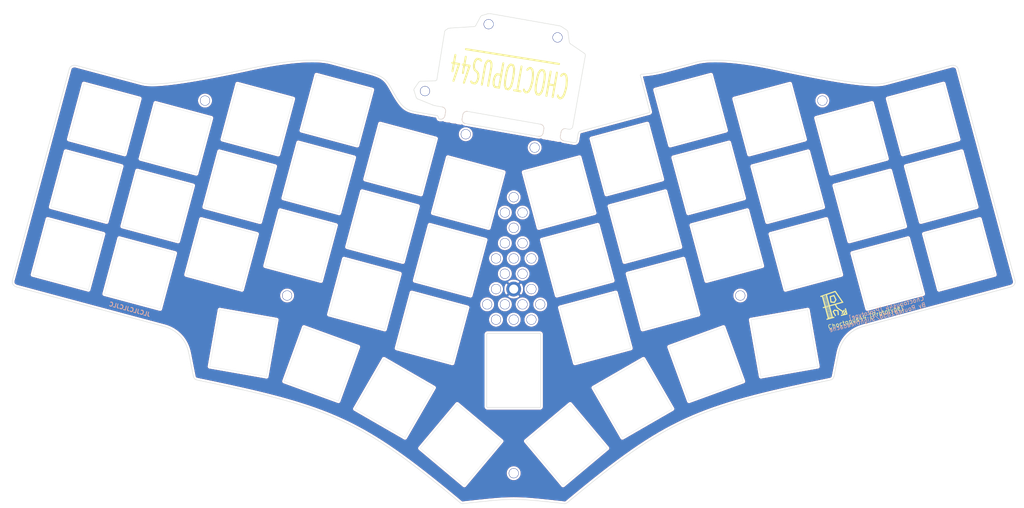
<source format=kicad_pcb>
(kicad_pcb (version 20171130) (host pcbnew "(5.1.9)-1")
  (title_block (title "Choctopus44 switch plate") (date 2021-07-04) (rev "1.0 Prototype"))
  (layers (0 F.Cu signal) (31 B.Cu signal) (34 B.Paste user) (35 F.Paste user) (36 B.SilkS user) (37 F.SilkS user) (38 B.Mask user) (39 F.Mask user) (44 Edge.Cuts user))
  (net 0 "")
  (net 1 GND)
  (module Panelization:mouse-bite-4-25-x-3-slot (layer B.Cu) (at 128.91 67.68 350)
    (fp_text reference mouse-bite-2mm-slot hide)
    (fp_text value VAL** hide)
    (pad "" np_thru_hole oval (at -0.375 -1.75 350) (size 1.25 0.5) (drill oval 1.25 0.5) (layers *.Cu *.Mask))
    (pad "" np_thru_hole oval (at 1.125 -1.75 350) (size 1.25 0.5) (drill oval 1.25 0.5) (layers *.Cu *.Mask))
    (pad "" np_thru_hole oval (at 2.625 -1.75 350) (size 1.25 0.5) (drill oval 1.25 0.5) (layers *.Cu *.Mask))
    (pad "" np_thru_hole oval (at 2.625 0.75 350) (size 1.25 0.5) (drill oval 1.25 0.5) (layers *.Cu *.Mask))
    (pad "" np_thru_hole oval (at 1.125 0.75 350) (size 1.25 0.5) (drill oval 1.25 0.5) (layers *.Cu *.Mask))
    (pad "" np_thru_hole oval (at -0.375 0.75 350) (size 1.25 0.5) (drill oval 1.25 0.5) (layers *.Cu *.Mask))
  )
  (module Panelization:mouse-bite-4-25-x-3-slot (layer B.Cu) (at 152.8 71.88 350)
    (fp_text reference mouse-bite-2mm-slot hide)
    (fp_text value VAL** hide)
    (pad "" np_thru_hole oval (at -0.375 0.75 350) (size 1.25 0.5) (drill oval 1.25 0.5) (layers *.Cu *.Mask))
    (pad "" np_thru_hole oval (at 1.125 0.75 350) (size 1.25 0.5) (drill oval 1.25 0.5) (layers *.Cu *.Mask))
    (pad "" np_thru_hole oval (at 2.625 0.75 350) (size 1.25 0.5) (drill oval 1.25 0.5) (layers *.Cu *.Mask))
    (pad "" np_thru_hole oval (at 2.625 -1.75 350) (size 1.25 0.5) (drill oval 1.25 0.5) (layers *.Cu *.Mask))
    (pad "" np_thru_hole oval (at 1.125 -1.75 350) (size 1.25 0.5) (drill oval 1.25 0.5) (layers *.Cu *.Mask))
    (pad "" np_thru_hole oval (at -0.375 -1.75 350) (size 1.25 0.5) (drill oval 1.25 0.5) (layers *.Cu *.Mask))
  )
  (module MountingHole:MountingHole_2.2mm_M2_ISO14580_Pad (layer F.Cu) (at 144.66 109.68)
    (fp_text reference H6)
    (fp_text value H6)
    (pad H1 thru_hole circle (at 0 0) (size 3.6 3.6) (drill 2.2) (layers *.Cu *.Mask) (net 1 GND))
  )
  (module MountingHole:MountingHole_2.2mm_M2_ISO14580_Pad (layer F.Cu) (at 151.11 113.404)
    (fp_text reference H6)
    (fp_text value H6)
    (pad "" np_thru_hole circle (at 0 0) (size 2.4 2.4) (drill 2.2) (layers *.Cu *.Mask))
  )
  (module MountingHole:MountingHole_2.2mm_M2_ISO14580_Pad (layer F.Cu) (at 138.21 113.404)
    (fp_text reference H6)
    (fp_text value H6)
    (pad "" np_thru_hole circle (at 0 0) (size 2.4 2.4) (drill 2.2) (layers *.Cu *.Mask))
  )
  (module MountingHole:MountingHole_2.2mm_M2_ISO14580_Pad (layer F.Cu) (at 148.96 117.128)
    (fp_text reference H6)
    (fp_text value H6)
    (pad "" np_thru_hole circle (at 0 0) (size 2.4 2.4) (drill 2.2) (layers *.Cu *.Mask))
  )
  (module MountingHole:MountingHole_2.2mm_M2_ISO14580_Pad (layer F.Cu) (at 140.36 117.128)
    (fp_text reference H6)
    (fp_text value H6)
    (pad "" np_thru_hole circle (at 0 0) (size 2.4 2.4) (drill 2.2) (layers *.Cu *.Mask))
  )
  (module MountingHole:MountingHole_2.2mm_M2_ISO14580_Pad (layer F.Cu) (at 144.66 117.128)
    (fp_text reference H6)
    (fp_text value H6)
    (pad "" np_thru_hole circle (at 0 0) (size 2.4 2.4) (drill 2.2) (layers *.Cu *.Mask))
  )
  (module MountingHole:MountingHole_2.2mm_M2_ISO14580_Pad (layer F.Cu) (at 144.66 87.334)
    (fp_text reference H6)
    (fp_text value H6)
    (pad "" np_thru_hole circle (at 0 0) (size 2.4 2.4) (drill 2.2) (layers *.Cu *.Mask))
  )
  (module MountingHole:MountingHole_2.2mm_M2_ISO14580_Pad (layer F.Cu) (at 142.51 91.058)
    (fp_text reference H6)
    (fp_text value H6)
    (pad "" np_thru_hole circle (at 0 0) (size 2.4 2.4) (drill 2.2) (layers *.Cu *.Mask))
  )
  (module MountingHole:MountingHole_2.2mm_M2_ISO14580_Pad (layer F.Cu) (at 142.51 113.404)
    (fp_text reference H6)
    (fp_text value H6)
    (pad "" np_thru_hole circle (at 0 0) (size 2.4 2.4) (drill 2.2) (layers *.Cu *.Mask))
  )
  (module MountingHole:MountingHole_2.2mm_M2_ISO14580_Pad (layer F.Cu) (at 142.51 105.955)
    (fp_text reference H6)
    (fp_text value H6)
    (pad "" np_thru_hole circle (at 0 0) (size 2.4 2.4) (drill 2.2) (layers *.Cu *.Mask))
  )
  (module MountingHole:MountingHole_2.2mm_M2_ISO14580_Pad (layer F.Cu) (at 148.96 109.68)
    (fp_text reference H6)
    (fp_text value H6)
    (pad "" np_thru_hole circle (at 0 0) (size 2.4 2.4) (drill 2.2) (layers *.Cu *.Mask))
  )
  (module MountingHole:MountingHole_2.2mm_M2_ISO14580_Pad (layer F.Cu) (at 144.66 102.231)
    (fp_text reference H6)
    (fp_text value H6)
    (pad "" np_thru_hole circle (at 0 0) (size 2.4 2.4) (drill 2.2) (layers *.Cu *.Mask))
  )
  (module MountingHole:MountingHole_2.2mm_M2_ISO14580_Pad (layer F.Cu) (at 146.81 98.507)
    (fp_text reference H6)
    (fp_text value H6)
    (pad "" np_thru_hole circle (at 0 0) (size 2.4 2.4) (drill 2.2) (layers *.Cu *.Mask))
  )
  (module MountingHole:MountingHole_2.2mm_M2_ISO14580_Pad (layer F.Cu) (at 144.66 94.782)
    (fp_text reference H6)
    (fp_text value H6)
    (pad "" np_thru_hole circle (at 0 0) (size 2.4 2.4) (drill 2.2) (layers *.Cu *.Mask))
  )
  (module MountingHole:MountingHole_2.2mm_M2_ISO14580_Pad (layer F.Cu) (at 140.36 102.231)
    (fp_text reference H6)
    (fp_text value H6)
    (pad "" np_thru_hole circle (at 0 0) (size 2.4 2.4) (drill 2.2) (layers *.Cu *.Mask))
  )
  (module MountingHole:MountingHole_2.2mm_M2_ISO14580_Pad (layer F.Cu) (at 146.81 113.404)
    (fp_text reference H6)
    (fp_text value H6)
    (pad "" np_thru_hole circle (at 0 0) (size 2.4 2.4) (drill 2.2) (layers *.Cu *.Mask))
  )
  (module MountingHole:MountingHole_2.2mm_M2_ISO14580_Pad (layer F.Cu) (at 148.96 102.231)
    (fp_text reference H6)
    (fp_text value H6)
    (pad "" np_thru_hole circle (at 0 0) (size 2.4 2.4) (drill 2.2) (layers *.Cu *.Mask))
  )
  (module MountingHole:MountingHole_2.2mm_M2_ISO14580_Pad (layer F.Cu) (at 142.51 98.507)
    (fp_text reference H6)
    (fp_text value H6)
    (pad "" np_thru_hole circle (at 0 0) (size 2.4 2.4) (drill 2.2) (layers *.Cu *.Mask))
  )
  (module MountingHole:MountingHole_2.2mm_M2_ISO14580_Pad (layer F.Cu) (at 146.81 91.058)
    (fp_text reference H6)
    (fp_text value H6)
    (pad "" np_thru_hole circle (at 0 0) (size 2.4 2.4) (drill 2.2) (layers *.Cu *.Mask))
  )
  (module MountingHole:MountingHole_2.2mm_M2_ISO14580_Pad (layer F.Cu) (at 140.36 109.68)
    (fp_text reference H6)
    (fp_text value H6)
    (pad "" np_thru_hole circle (at 0 0) (size 2.4 2.4) (drill 2.2) (layers *.Cu *.Mask))
  )
  (module MountingHole:MountingHole_2.2mm_M2_ISO14580_Pad (layer F.Cu) (at 146.81 105.955)
    (fp_text reference H6)
    (fp_text value H6)
    (pad "" np_thru_hole circle (at 0 0) (size 2.4 2.4) (drill 2.2) (layers *.Cu *.Mask))
  )
  (module Keyboard:MXPLATE-1U (layer F.Cu) (at 78.042872 84.769141 345)
    (fp_text reference SW9)
    (fp_text value SW_PUSH hide)
    (fp_line (start -7 -7) (end 7 -7) (layer Edge.Cuts) (width 0.05))
    (fp_line (start 7 -7) (end 7 7) (layer Edge.Cuts) (width 0.05))
    (fp_line (start 7 7) (end -7 7) (layer Edge.Cuts) (width 0.05))
    (fp_line (start -7 7) (end -7 -7) (layer Edge.Cuts) (width 0.05))
  )
  (module Keyboard:MXPLATE-1U (layer F.Cu) (at 133.618917 86.208389 345)
    (fp_text reference SW6)
    (fp_text value SW_PUSH hide)
    (fp_line (start -7 -7) (end 7 -7) (layer Edge.Cuts) (width 0.05))
    (fp_line (start 7 -7) (end 7 7) (layer Edge.Cuts) (width 0.05))
    (fp_line (start 7 7) (end -7 7) (layer Edge.Cuts) (width 0.05))
    (fp_line (start -7 7) (end -7 -7) (layer Edge.Cuts) (width 0.05))
  )
  (module Keyboard:MXPLATE-1U (layer F.Cu) (at 187.662377 66.138489 15)
    (fp_text reference SW21)
    (fp_text value SW_PUSH hide)
    (fp_line (start -7 -7) (end 7 -7) (layer Edge.Cuts) (width 0.05))
    (fp_line (start 7 -7) (end 7 7) (layer Edge.Cuts) (width 0.05))
    (fp_line (start 7 7) (end -7 7) (layer Edge.Cuts) (width 0.05))
    (fp_line (start -7 7) (end -7 -7) (layer Edge.Cuts) (width 0.05))
  )
  (module Keyboard:MXPLATE-1U (layer F.Cu) (at 117.148878 78.031816 345)
    (fp_text reference SW5)
    (fp_text value SW_PUSH hide)
    (fp_line (start -7 -7) (end 7 -7) (layer Edge.Cuts) (width 0.05))
    (fp_line (start 7 -7) (end 7 7) (layer Edge.Cuts) (width 0.05))
    (fp_line (start 7 7) (end -7 7) (layer Edge.Cuts) (width 0.05))
    (fp_line (start -7 7) (end -7 -7) (layer Edge.Cuts) (width 0.05))
  )
  (module Keyboard:MXPLATE-1U (layer F.Cu) (at 253.022825 101.233497 15)
    (fp_text reference SW36)
    (fp_text value SW_PUSH hide)
    (fp_line (start -7 -7) (end 7 -7) (layer Edge.Cuts) (width 0.05))
    (fp_line (start 7 -7) (end 7 7) (layer Edge.Cuts) (width 0.05))
    (fp_line (start 7 7) (end -7 7) (layer Edge.Cuts) (width 0.05))
    (fp_line (start -7 7) (end -7 -7) (layer Edge.Cuts) (width 0.05))
  )
  (module Keyboard:MXPLATE-1U (layer F.Cu) (at 101.659501 66.138571 345)
    (fp_text reference SW4)
    (fp_text value SW_PUSH hide)
    (fp_line (start -7 -7) (end 7 -7) (layer Edge.Cuts) (width 0.05))
    (fp_line (start 7 -7) (end 7 7) (layer Edge.Cuts) (width 0.05))
    (fp_line (start 7 7) (end -7 7) (layer Edge.Cuts) (width 0.05))
    (fp_line (start -7 7) (end -7 -7) (layer Edge.Cuts) (width 0.05))
  )
  (module Keyboard:MXPLATE-1U (layer F.Cu) (at 172.173 78.031734 15)
    (fp_text reference SW20)
    (fp_text value SW_PUSH hide)
    (fp_line (start -7 -7) (end 7 -7) (layer Edge.Cuts) (width 0.05))
    (fp_line (start 7 -7) (end 7 7) (layer Edge.Cuts) (width 0.05))
    (fp_line (start 7 7) (end -7 7) (layer Edge.Cuts) (width 0.05))
    (fp_line (start -7 7) (end -7 -7) (layer Edge.Cuts) (width 0.05))
  )
  (module Keyboard:MXPLATE-1U (layer F.Cu) (at 36.299054 101.233579 345)
    (fp_text reference SW13)
    (fp_text value SW_PUSH hide)
    (fp_line (start -7 -7) (end 7 -7) (layer Edge.Cuts) (width 0.05))
    (fp_line (start 7 -7) (end 7 7) (layer Edge.Cuts) (width 0.05))
    (fp_line (start 7 7) (end -7 7) (layer Edge.Cuts) (width 0.05))
    (fp_line (start -7 7) (end -7 -7) (layer Edge.Cuts) (width 0.05))
  )
  (module Keyboard:MXPLATE-1U (layer F.Cu) (at 131.795001 147.553933 320)
    (fp_text reference SW40)
    (fp_text value SW_PUSH hide)
    (fp_line (start -7 -7) (end 7 -7) (layer Edge.Cuts) (width 0.05))
    (fp_line (start 7 -7) (end 7 7) (layer Edge.Cuts) (width 0.05))
    (fp_line (start 7 7) (end -7 7) (layer Edge.Cuts) (width 0.05))
    (fp_line (start -7 7) (end -7 -7) (layer Edge.Cuts) (width 0.05))
  )
  (module Keyboard:MXPLATE-1U (layer F.Cu) (at 191.468834 127.94736 20)
    (fp_text reference SW43)
    (fp_text value SW_PUSH hide)
    (fp_line (start -7 -7) (end 7 -7) (layer Edge.Cuts) (width 0.05))
    (fp_line (start 7 -7) (end 7 7) (layer Edge.Cuts) (width 0.05))
    (fp_line (start 7 7) (end -7 7) (layer Edge.Cuts) (width 0.05))
    (fp_line (start -7 7) (end -7 -7) (layer Edge.Cuts) (width 0.05))
  )
  (module Keyboard:MXPLATE-1U (layer F.Cu) (at 173.643092 136.269195 30)
    (fp_text reference SW42)
    (fp_text value SW_PUSH hide)
    (fp_line (start -7 -7) (end 7 -7) (layer Edge.Cuts) (width 0.05))
    (fp_line (start 7 -7) (end 7 7) (layer Edge.Cuts) (width 0.05))
    (fp_line (start 7 7) (end -7 7) (layer Edge.Cuts) (width 0.05))
    (fp_line (start -7 7) (end -7 -7) (layer Edge.Cuts) (width 0.05))
  )
  (module Keyboard:MXPLATE-1U (layer F.Cu) (at 97.851713 127.94736 340)
    (fp_text reference SW38)
    (fp_text value SW_PUSH hide)
    (fp_line (start -7 -7) (end 7 -7) (layer Edge.Cuts) (width 0.05))
    (fp_line (start 7 -7) (end 7 7) (layer Edge.Cuts) (width 0.05))
    (fp_line (start 7 7) (end -7 7) (layer Edge.Cuts) (width 0.05))
    (fp_line (start -7 7) (end -7 -7) (layer Edge.Cuts) (width 0.05))
  )
  (module Keyboard:MXPLATE-1U (layer F.Cu) (at 78.873909 122.85 350)
    (fp_text reference SW37)
    (fp_text value SW_PUSH hide)
    (fp_line (start -7 -7) (end 7 -7) (layer Edge.Cuts) (width 0.05))
    (fp_line (start 7 -7) (end 7 7) (layer Edge.Cuts) (width 0.05))
    (fp_line (start 7 7) (end -7 7) (layer Edge.Cuts) (width 0.05))
    (fp_line (start -7 7) (end -7 -7) (layer Edge.Cuts) (width 0.05))
  )
  (module Keyboard:MXPLATE-1U (layer F.Cu) (at 235.594114 105.910306 15)
    (fp_text reference SW35)
    (fp_text value SW_PUSH hide)
    (fp_line (start -7 -7) (end 7 -7) (layer Edge.Cuts) (width 0.05))
    (fp_line (start 7 -7) (end 7 7) (layer Edge.Cuts) (width 0.05))
    (fp_line (start 7 7) (end -7 7) (layer Edge.Cuts) (width 0.05))
    (fp_line (start -7 7) (end -7 -7) (layer Edge.Cuts) (width 0.05))
  )
  (module Keyboard:MXPLATE-1U (layer F.Cu) (at 215.691959 101.247149 15)
    (fp_text reference SW34)
    (fp_text value SW_PUSH hide)
    (fp_line (start -7 -7) (end 7 -7) (layer Edge.Cuts) (width 0.05))
    (fp_line (start 7 -7) (end 7 7) (layer Edge.Cuts) (width 0.05))
    (fp_line (start 7 7) (end -7 7) (layer Edge.Cuts) (width 0.05))
    (fp_line (start -7 7) (end -7 -7) (layer Edge.Cuts) (width 0.05))
  )
  (module Keyboard:MXPLATE-1U (layer F.Cu) (at 180.962047 110.910833 15)
    (fp_text reference SW32)
    (fp_text value SW_PUSH hide)
    (fp_line (start -7 -7) (end 7 -7) (layer Edge.Cuts) (width 0.05))
    (fp_line (start 7 -7) (end 7 7) (layer Edge.Cuts) (width 0.05))
    (fp_line (start 7 7) (end -7 7) (layer Edge.Cuts) (width 0.05))
    (fp_line (start -7 7) (end -7 -7) (layer Edge.Cuts) (width 0.05))
  )
  (module Keyboard:MXPLATE-1U (layer F.Cu) (at 248.609001 84.745446 15)
    (fp_text reference SW30)
    (fp_text value SW_PUSH hide)
    (fp_line (start -7 -7) (end 7 -7) (layer Edge.Cuts) (width 0.05))
    (fp_line (start 7 -7) (end 7 7) (layer Edge.Cuts) (width 0.05))
    (fp_line (start 7 7) (end -7 7) (layer Edge.Cuts) (width 0.05))
    (fp_line (start -7 7) (end -7 -7) (layer Edge.Cuts) (width 0.05))
  )
  (module Keyboard:MXPLATE-1U (layer F.Cu) (at 231.223624 89.458616 15)
    (fp_text reference SW29)
    (fp_text value SW_PUSH hide)
    (fp_line (start -7 -7) (end 7 -7) (layer Edge.Cuts) (width 0.05))
    (fp_line (start 7 -7) (end 7 7) (layer Edge.Cuts) (width 0.05))
    (fp_line (start 7 7) (end -7 7) (layer Edge.Cuts) (width 0.05))
    (fp_line (start -7 7) (end -7 -7) (layer Edge.Cuts) (width 0.05))
  )
  (module Keyboard:MXPLATE-1U (layer F.Cu) (at 211.279007 84.769059 15)
    (fp_text reference SW28)
    (fp_text value SW_PUSH hide)
    (fp_line (start -7 -7) (end 7 -7) (layer Edge.Cuts) (width 0.05))
    (fp_line (start 7 -7) (end 7 7) (layer Edge.Cuts) (width 0.05))
    (fp_line (start 7 7) (end -7 7) (layer Edge.Cuts) (width 0.05))
    (fp_line (start -7 7) (end -7 -7) (layer Edge.Cuts) (width 0.05))
  )
  (module Keyboard:MXPLATE-1U (layer F.Cu) (at 192.065368 82.61745 15)
    (fp_text reference SW27)
    (fp_text value SW_PUSH hide)
    (fp_line (start -7 -7) (end 7 -7) (layer Edge.Cuts) (width 0.05))
    (fp_line (start 7 -7) (end 7 7) (layer Edge.Cuts) (width 0.05))
    (fp_line (start 7 7) (end -7 7) (layer Edge.Cuts) (width 0.05))
    (fp_line (start -7 7) (end -7 -7) (layer Edge.Cuts) (width 0.05))
  )
  (module Keyboard:MXPLATE-1U (layer F.Cu) (at 176.563414 94.481681 15)
    (fp_text reference SW26)
    (fp_text value SW_PUSH hide)
    (fp_line (start -7 -7) (end 7 -7) (layer Edge.Cuts) (width 0.05))
    (fp_line (start 7 -7) (end 7 7) (layer Edge.Cuts) (width 0.05))
    (fp_line (start 7 7) (end -7 7) (layer Edge.Cuts) (width 0.05))
    (fp_line (start -7 7) (end -7 -7) (layer Edge.Cuts) (width 0.05))
  )
  (module Keyboard:MXPLATE-1U (layer F.Cu) (at 160.114171 102.666473 15)
    (fp_text reference SW25)
    (fp_text value SW_PUSH hide)
    (fp_line (start -7 -7) (end 7 -7) (layer Edge.Cuts) (width 0.05))
    (fp_line (start 7 -7) (end 7 7) (layer Edge.Cuts) (width 0.05))
    (fp_line (start 7 7) (end -7 7) (layer Edge.Cuts) (width 0.05))
    (fp_line (start -7 7) (end -7 -7) (layer Edge.Cuts) (width 0.05))
  )
  (module Keyboard:MXPLATE-1U (layer F.Cu) (at 108.359831 110.910915 345)
    (fp_text reference SW17)
    (fp_text value SW_PUSH hide)
    (fp_line (start -7 -7) (end 7 -7) (layer Edge.Cuts) (width 0.05))
    (fp_line (start 7 -7) (end 7 7) (layer Edge.Cuts) (width 0.05))
    (fp_line (start 7 7) (end -7 7) (layer Edge.Cuts) (width 0.05))
    (fp_line (start -7 7) (end -7 -7) (layer Edge.Cuts) (width 0.05))
  )
  (module Keyboard:MXPLATE-1U (layer F.Cu) (at 92.837327 99.105115 345)
    (fp_text reference SW16)
    (fp_text value SW_PUSH hide)
    (fp_line (start -7 -7) (end 7 -7) (layer Edge.Cuts) (width 0.05))
    (fp_line (start 7 -7) (end 7 7) (layer Edge.Cuts) (width 0.05))
    (fp_line (start 7 7) (end -7 7) (layer Edge.Cuts) (width 0.05))
    (fp_line (start -7 7) (end -7 -7) (layer Edge.Cuts) (width 0.05))
  )
  (module Keyboard:MXPLATE-1U (layer F.Cu) (at 73.629919 101.247231 345)
    (fp_text reference SW15)
    (fp_text value SW_PUSH hide)
    (fp_line (start -7 -7) (end 7 -7) (layer Edge.Cuts) (width 0.05))
    (fp_line (start 7 -7) (end 7 7) (layer Edge.Cuts) (width 0.05))
    (fp_line (start 7 7) (end -7 7) (layer Edge.Cuts) (width 0.05))
    (fp_line (start -7 7) (end -7 -7) (layer Edge.Cuts) (width 0.05))
  )
  (module Keyboard:MXPLATE-1U (layer F.Cu) (at 129.207707 102.666555 345)
    (fp_text reference SW12)
    (fp_text value SW_PUSH hide)
    (fp_line (start -7 -7) (end 7 -7) (layer Edge.Cuts) (width 0.05))
    (fp_line (start 7 -7) (end 7 7) (layer Edge.Cuts) (width 0.05))
    (fp_line (start 7 7) (end -7 7) (layer Edge.Cuts) (width 0.05))
    (fp_line (start -7 7) (end -7 -7) (layer Edge.Cuts) (width 0.05))
  )
  (module Keyboard:MXPLATE-1U (layer F.Cu) (at 112.758464 94.481763 345)
    (fp_text reference SW11)
    (fp_text value SW_PUSH hide)
    (fp_line (start -7 -7) (end 7 -7) (layer Edge.Cuts) (width 0.05))
    (fp_line (start 7 -7) (end 7 7) (layer Edge.Cuts) (width 0.05))
    (fp_line (start 7 7) (end -7 7) (layer Edge.Cuts) (width 0.05))
    (fp_line (start -7 7) (end -7 -7) (layer Edge.Cuts) (width 0.05))
  )
  (module Keyboard:MXPLATE-1U (layer F.Cu) (at 58.098255 89.458698 345)
    (fp_text reference SW8)
    (fp_text value SW_PUSH hide)
    (fp_line (start -7 -7) (end 7 -7) (layer Edge.Cuts) (width 0.05))
    (fp_line (start 7 -7) (end 7 7) (layer Edge.Cuts) (width 0.05))
    (fp_line (start 7 7) (end -7 7) (layer Edge.Cuts) (width 0.05))
    (fp_line (start -7 7) (end -7 -7) (layer Edge.Cuts) (width 0.05))
  )
  (module Keyboard:MXPLATE-1U (layer F.Cu) (at 82.443248 68.320065 345)
    (fp_text reference SW3)
    (fp_text value SW_PUSH hide)
    (fp_line (start -7 -7) (end 7 -7) (layer Edge.Cuts) (width 0.05))
    (fp_line (start 7 -7) (end 7 7) (layer Edge.Cuts) (width 0.05))
    (fp_line (start 7 7) (end -7 7) (layer Edge.Cuts) (width 0.05))
    (fp_line (start -7 7) (end -7 -7) (layer Edge.Cuts) (width 0.05))
  )
  (module Keyboard:MXPLATE-1U (layer F.Cu) (at 62.529388 73.002275 345)
    (fp_text reference SW2)
    (fp_text value SW_PUSH hide)
    (fp_line (start -7 -7) (end 7 -7) (layer Edge.Cuts) (width 0.05))
    (fp_line (start 7 -7) (end 7 7) (layer Edge.Cuts) (width 0.05))
    (fp_line (start 7 7) (end -7 7) (layer Edge.Cuts) (width 0.05))
    (fp_line (start -7 7) (end -7 -7) (layer Edge.Cuts) (width 0.05))
  )
  (module Keyboard:MXPLATE-1U (layer F.Cu) (at 45.114126 68.28649 345)
    (fp_text reference SW1)
    (fp_text value SW_PUSH hide)
    (fp_line (start -7 -7) (end 7 -7) (layer Edge.Cuts) (width 0.05))
    (fp_line (start 7 -7) (end 7 7) (layer Edge.Cuts) (width 0.05))
    (fp_line (start 7 7) (end -7 7) (layer Edge.Cuts) (width 0.05))
    (fp_line (start -7 7) (end -7 -7) (layer Edge.Cuts) (width 0.05))
  )
  (module Keyboard:MXPLATE-1U (layer F.Cu) (at 210.45 122.85 10)
    (fp_text reference SW44)
    (fp_text value SW_PUSH hide)
    (fp_line (start -7 -7) (end 7 -7) (layer Edge.Cuts) (width 0.05))
    (fp_line (start 7 -7) (end 7 7) (layer Edge.Cuts) (width 0.05))
    (fp_line (start 7 7) (end -7 7) (layer Edge.Cuts) (width 0.05))
    (fp_line (start -7 7) (end -7 -7) (layer Edge.Cuts) (width 0.05))
  )
  (module Keyboard:MXPLATE-1U (layer F.Cu) (at 157.525897 147.553933 40)
    (fp_text reference SW41)
    (fp_text value SW_PUSH hide)
    (fp_line (start -7 -7) (end 7 -7) (layer Edge.Cuts) (width 0.05))
    (fp_line (start 7 -7) (end 7 7) (layer Edge.Cuts) (width 0.05))
    (fp_line (start 7 7) (end -7 7) (layer Edge.Cuts) (width 0.05))
    (fp_line (start -7 7) (end -7 -7) (layer Edge.Cuts) (width 0.05))
  )
  (module Keyboard:MXPLATE-1U (layer F.Cu) (at 40.712878 84.745528 345)
    (fp_text reference SW7)
    (fp_text value SW_PUSH hide)
    (fp_line (start -7 -7) (end 7 -7) (layer Edge.Cuts) (width 0.05))
    (fp_line (start 7 -7) (end 7 7) (layer Edge.Cuts) (width 0.05))
    (fp_line (start 7 7) (end -7 7) (layer Edge.Cuts) (width 0.05))
    (fp_line (start -7 7) (end -7 -7) (layer Edge.Cuts) (width 0.05))
  )
  (module Keyboard:MXPLATE-1U (layer F.Cu) (at 196.479192 99.105502 15)
    (fp_text reference SW33)
    (fp_text value SW_PUSH hide)
    (fp_line (start -7 -7) (end 7 -7) (layer Edge.Cuts) (width 0.05))
    (fp_line (start 7 -7) (end 7 7) (layer Edge.Cuts) (width 0.05))
    (fp_line (start 7 7) (end -7 7) (layer Edge.Cuts) (width 0.05))
    (fp_line (start -7 7) (end -7 -7) (layer Edge.Cuts) (width 0.05))
  )
  (module Keyboard:MXPLATE-1U (layer F.Cu) (at 53.727764 105.910388 345)
    (fp_text reference SW14)
    (fp_text value SW_PUSH hide)
    (fp_line (start -7 -7) (end 7 -7) (layer Edge.Cuts) (width 0.05))
    (fp_line (start 7 -7) (end 7 7) (layer Edge.Cuts) (width 0.05))
    (fp_line (start 7 7) (end -7 7) (layer Edge.Cuts) (width 0.05))
    (fp_line (start -7 7) (end -7 -7) (layer Edge.Cuts) (width 0.05))
  )
  (module Keyboard:MXPLATE-1U (layer F.Cu) (at 164.516291 119.135473 15)
    (fp_text reference SW31)
    (fp_text value SW_PUSH hide)
    (fp_line (start -7 -7) (end 7 -7) (layer Edge.Cuts) (width 0.05))
    (fp_line (start 7 -7) (end 7 7) (layer Edge.Cuts) (width 0.05))
    (fp_line (start 7 7) (end -7 7) (layer Edge.Cuts) (width 0.05))
    (fp_line (start -7 7) (end -7 -7) (layer Edge.Cuts) (width 0.05))
  )
  (module Keyboard:MXPLATE-1U (layer F.Cu) (at 244.207753 68.286408 15)
    (fp_text reference SW24)
    (fp_text value SW_PUSH hide)
    (fp_line (start -7 -7) (end 7 -7) (layer Edge.Cuts) (width 0.05))
    (fp_line (start 7 -7) (end 7 7) (layer Edge.Cuts) (width 0.05))
    (fp_line (start 7 7) (end -7 7) (layer Edge.Cuts) (width 0.05))
    (fp_line (start -7 7) (end -7 -7) (layer Edge.Cuts) (width 0.05))
  )
  (module Keyboard:MXPLATE-1U (layer F.Cu) (at 124.805588 119.135555 345)
    (fp_text reference SW18)
    (fp_text value SW_PUSH hide)
    (fp_line (start -7 -7) (end 7 -7) (layer Edge.Cuts) (width 0.05))
    (fp_line (start 7 -7) (end 7 7) (layer Edge.Cuts) (width 0.05))
    (fp_line (start 7 7) (end -7 7) (layer Edge.Cuts) (width 0.05))
    (fp_line (start -7 7) (end -7 -7) (layer Edge.Cuts) (width 0.05))
  )
  (module Keyboard:MXPLATE-1U (layer F.Cu) (at 97.25651 82.617532 345)
    (fp_text reference SW10)
    (fp_text value SW_PUSH hide)
    (fp_line (start -7 -7) (end 7 -7) (layer Edge.Cuts) (width 0.05))
    (fp_line (start 7 -7) (end 7 7) (layer Edge.Cuts) (width 0.05))
    (fp_line (start 7 7) (end -7 7) (layer Edge.Cuts) (width 0.05))
    (fp_line (start -7 7) (end -7 -7) (layer Edge.Cuts) (width 0.05))
  )
  (module Keyboard:MXPLATE-1U (layer F.Cu) (at 115.671362 136.269195 330)
    (fp_text reference SW39)
    (fp_text value SW_PUSH hide)
    (fp_line (start -7 -7) (end 7 -7) (layer Edge.Cuts) (width 0.05))
    (fp_line (start 7 -7) (end 7 7) (layer Edge.Cuts) (width 0.05))
    (fp_line (start 7 7) (end -7 7) (layer Edge.Cuts) (width 0.05))
    (fp_line (start -7 7) (end -7 -7) (layer Edge.Cuts) (width 0.05))
  )
  (module Keyboard:MXPLATE-1U (layer F.Cu) (at 226.79249 73.002193 15)
    (fp_text reference SW23)
    (fp_text value SW_PUSH hide)
    (fp_line (start -7 -7) (end 7 -7) (layer Edge.Cuts) (width 0.05))
    (fp_line (start 7 -7) (end 7 7) (layer Edge.Cuts) (width 0.05))
    (fp_line (start 7 7) (end -7 7) (layer Edge.Cuts) (width 0.05))
    (fp_line (start -7 7) (end -7 -7) (layer Edge.Cuts) (width 0.05))
  )
  (module Keyboard:MXPLATE-1U (layer F.Cu) (at 206.878631 68.319983 15)
    (fp_text reference SW22)
    (fp_text value SW_PUSH hide)
    (fp_line (start -7 -7) (end 7 -7) (layer Edge.Cuts) (width 0.05))
    (fp_line (start 7 -7) (end 7 7) (layer Edge.Cuts) (width 0.05))
    (fp_line (start 7 7) (end -7 7) (layer Edge.Cuts) (width 0.05))
    (fp_line (start -7 7) (end -7 -7) (layer Edge.Cuts) (width 0.05))
  )
  (module Keyboard:MXPLATE-1U (layer F.Cu) (at 155.702962 86.208307 15)
    (fp_text reference SW19)
    (fp_text value SW_PUSH hide)
    (fp_line (start -7 -7) (end 7 -7) (layer Edge.Cuts) (width 0.05))
    (fp_line (start 7 -7) (end 7 7) (layer Edge.Cuts) (width 0.05))
    (fp_line (start 7 7) (end -7 7) (layer Edge.Cuts) (width 0.05))
    (fp_line (start -7 7) (end -7 -7) (layer Edge.Cuts) (width 0.05))
  )
  (module MountingHole:MountingHole_2.2mm_M2 (layer F.Cu) (at 155.313528 48.440332 180.1)
    (fp_text reference H12)
    (fp_text value H12)
    (pad "" np_thru_hole circle (at 0 0 180.1) (size 2.4 2.4) (drill 2.2) (layers *.Cu *.Mask))
  )
  (module MountingHole:MountingHole_2.2mm_M2 (layer F.Cu) (at 123.086265 61.4966 180.1)
    (fp_text reference H14)
    (fp_text value H14)
    (pad "" np_thru_hole circle (at 0 0 180.1) (size 2.4 2.4) (drill 2.2) (layers *.Cu *.Mask))
  )
  (module MountingHole:MountingHole_2.2mm_M2 (layer F.Cu) (at 138.557879 45.219572 180.1)
    (fp_text reference H13)
    (fp_text value H13)
    (pad "" np_thru_hole circle (at 0 0 180.1) (size 2.4 2.4) (drill 2.2) (layers *.Cu *.Mask))
  )
  (module MountingHole:MountingHole_2.2mm_M2 (layer F.Cu) (at 149.75 75.25)
    (fp_text reference H13)
    (fp_text value H13)
    (pad "" np_thru_hole circle (at 0 0) (size 2.4 2.4) (drill 2.2) (layers *.Cu *.Mask))
  )
  (module MountingHole:MountingHole_2.2mm_M2 (layer F.Cu) (at 133 72)
    (fp_text reference H12)
    (fp_text value H12)
    (pad "" np_thru_hole circle (at 0 0) (size 2.4 2.4) (drill 2.2) (layers *.Cu *.Mask))
  )
  (module MountingHole:MountingHole_2.2mm_M2_ISO14580_Pad (layer F.Cu) (at 89.57 111.25 5)
    (fp_text reference H8)
    (fp_text value H8)
    (pad "" np_thru_hole circle (at 0 0 5) (size 2.4 2.4) (drill 2.2) (layers *.Cu *.Mask))
  )
  (module MountingHole:MountingHole_2.2mm_M2_ISO14580_Pad (layer F.Cu) (at 199.75 111.25 5)
    (fp_text reference H8)
    (fp_text value H8)
    (pad "" np_thru_hole circle (at 0 0 5) (size 2.4 2.4) (drill 2.2) (layers *.Cu *.Mask))
  )
  (module MountingHole:MountingHole_2.2mm_M2_ISO14580_Pad (layer F.Cu) (at 219.71 63.81 5)
    (fp_text reference H11)
    (fp_text value H11)
    (pad "" np_thru_hole circle (at 0 0 5) (size 2.4 2.4) (drill 2.2) (layers *.Cu *.Mask))
  )
  (module MountingHole:MountingHole_2.2mm_M2_ISO14580_Pad (layer F.Cu) (at 144.66 154.5)
    (fp_text reference H6)
    (fp_text value H6)
    (pad "" np_thru_hole circle (at 0 0) (size 2.4 2.4) (drill 2.2) (layers *.Cu *.Mask))
  )
  (module MountingHole:MountingHole_2.2mm_M2_ISO14580_Pad (layer F.Cu) (at 69.61 63.81 85)
    (fp_text reference H1)
    (fp_text value MountingHole)
    (pad "" np_thru_hole circle (at 0 0 85) (size 2.4 2.4) (drill 2.2) (layers *.Cu *.Mask))
  )
  (module "keyboard stuff:routa-logo-smallish" (layer F.Cu) (at 222.5 113.5 15)
    (fp_text reference G*** hide)
    (fp_text value LOGO hide)
  )
  (gr_line (start 159.19 74.03) (end 156.805001 73.604999) (layer Edge.Cuts) (width 0.1))
  (gr_line (start 125.552476 65.0523) (end 127.299999 65.3645) (layer Edge.Cuts) (width 0.1))
  (gr_arc (start 127.12 66.35) (end 128.1055 66.529999) (angle -90) (layer Edge.Cuts) (width 0.1))
  (gr_line (start 128.1055 66.529999) (end 127.9255 67.519999) (layer Edge.Cuts) (width 0.1))
  (gr_line (start 132.29 67.25) (end 132.11 68.24) (layer Edge.Cuts) (width 0.1))
  (gr_arc (start 133.2755 67.429999) (end 133.455499 66.444499) (angle -90) (layer Edge.Cuts) (width 0.1))
  (gr_arc (start 133.095 68.419999) (end 132.11 68.24) (angle -90) (layer Edge.Cuts) (width 0.1))
  (gr_arc (start 126.94 67.34) (end 126.760001 68.3255) (angle -90) (layer Edge.Cuts) (width 0.1))
  (gr_line (start 151.9955 70.729999) (end 151.8155 71.719999) (layer Edge.Cuts) (width 0.1))
  (gr_line (start 156.18 71.45) (end 156 72.44) (layer Edge.Cuts) (width 0.1))
  (gr_arc (start 157.1655 71.629999) (end 157.345499 70.644499) (angle -90) (layer Edge.Cuts) (width 0.1))
  (gr_arc (start 151.01 70.55) (end 151.9955 70.729999) (angle -90) (layer Edge.Cuts) (width 0.1))
  (gr_line (start 142.229836 67.992785) (end 151.189999 69.5645) (layer Edge.Cuts) (width 0.1))
  (gr_text "Choctopus44 [Prototype]\nBy Routa#1858/SlightHeadache" (at 244.68 112.63 15) (layer B.SilkS) (effects (font (size 1 1)) (justify left mirror)))
  (gr_line (start 133.050679 51.29428) (end 155.676998 54.894795) (layer F.SilkS) (width 0.5))
  (gr_text CHOCTOPUS44 (at 143.612042 57.795857 170.1) (layer F.SilkS) (effects (font (size 6 2.7) (thickness 0.5))))
  (gr_text JLCJLCJLCJLC (at 51.3 114.6 -15) (layer B.SilkS) (effects (font (size 1 1) (thickness 0.2)) (justify mirror)))
  (gr_text "Choctopus44 [Prototype]" (at 230.2 116.53 15) (layer F.SilkS) (effects (font (size 1 1))))
  (gr_arc (start 138.31 138.3) (end 138.11 138.3) (angle -90) (layer Edge.Cuts) (width 0.1))
  (gr_arc (start 138.31 120.7) (end 138.31 120.5) (angle -90) (layer Edge.Cuts) (width 0.1))
  (gr_arc (start 151.01 120.7) (end 151.21 120.7) (angle -90) (layer Edge.Cuts) (width 0.1))
  (gr_arc (start 151.01 138.3) (end 151.01 138.5) (angle -90) (layer Edge.Cuts) (width 0.1))
  (gr_line (start 138.11 138.3) (end 138.11 120.7) (layer Edge.Cuts) (width 0.1))
  (gr_line (start 151.01 138.5) (end 138.31 138.5) (layer Edge.Cuts) (width 0.1))
  (gr_line (start 151.21 120.7) (end 151.21 138.3) (layer Edge.Cuts) (width 0.1))
  (gr_line (start 138.31 120.5) (end 151.01 120.5) (layer Edge.Cuts) (width 0.1))
  (gr_curve (pts (xy 175.78 57.385) (xy 177.63 57.31) (xy 179.79 56.95) (xy 182.36 56.24)) (layer Edge.Cuts) (width 0.1))
  (gr_curve (pts (xy 160.95 71.21) (xy 160.61 71.3) (xy 160.41 71.41) (xy 160.35 71.77)) (layer Edge.Cuts) (width 0.1))
  (gr_curve (pts (xy 177.57 66.76) (xy 177.76 66.71) (xy 177.78 66.62) (xy 177.74 66.47)) (layer Edge.Cuts) (width 0.1))
  (gr_curve (pts (xy 175.78 57.385) (xy 175.6 57.39) (xy 175.39 57.48) (xy 175.47 57.77)) (layer Edge.Cuts) (width 0.1))
  (gr_line (start 177.74 66.47) (end 175.47 57.77) (layer Edge.Cuts) (width 0.1))
  (gr_line (start 160.95 71.21) (end 177.57 66.76) (layer Edge.Cuts) (width 0.1))
  (gr_line (start 157.345499 70.644499) (end 158.132549 70.795447) (layer Edge.Cuts) (width 0.1))
  (gr_arc (start 156.985 72.619999) (end 156 72.44) (angle -90) (layer Edge.Cuts) (width 0.1))
  (gr_arc (start 150.83 71.54) (end 150.650001 72.5255) (angle -90) (layer Edge.Cuts) (width 0.1))
  (gr_line (start 126.760001 68.3255) (end 126.6 68.29) (layer Edge.Cuts) (width 0.1))
  (gr_curve (pts (xy 138.995608 42.653891) (xy 138.785555 42.624258) (xy 138.54336 42.629594) (xy 138.353447 42.679924)) (layer Edge.Cuts) (width 0.1))
  (gr_curve (pts (xy 129.3095 46.155714) (xy 128.929537 46.176378) (xy 128.80957 46.196586) (xy 128.649746 46.296867)) (layer Edge.Cuts) (width 0.1))
  (gr_curve (pts (xy 125.571915 59.002258) (xy 125.761915 59.001927) (xy 125.941777 58.921611) (xy 125.981374 58.691542)) (layer Edge.Cuts) (width 0.1))
  (gr_curve (pts (xy 128.090393 46.667842) (xy 127.990497 46.728019) (xy 127.900724 46.858175) (xy 127.861126 47.088244)) (layer Edge.Cuts) (width 0.1))
  (gr_curve (pts (xy 122.052061 59.0884) (xy 121.872079 59.098715) (xy 121.692184 59.159028) (xy 121.527585 59.389316)) (layer Edge.Cuts) (width 0.1))
  (gr_curve (pts (xy 157.861342 47.185884) (xy 157.810818 46.885971) (xy 157.835773 46.860928) (xy 157.560426 46.661408)) (layer Edge.Cuts) (width 0.1))
  (gr_curve (pts (xy 158.165354 49.485357) (xy 158.205774 49.725286) (xy 158.256002 49.855199) (xy 158.466271 50.009833)) (layer Edge.Cuts) (width 0.1))
  (gr_curve (pts (xy 158.132549 70.795447) (xy 158.504848 70.849884) (xy 158.924325 70.549152) (xy 158.99157 70.233947)) (layer Edge.Cuts) (width 0.1))
  (gr_curve (pts (xy 124.872109 64.843488) (xy 125.23237 64.99286) (xy 125.352406 65.012649) (xy 125.552476 65.0523)) (layer Edge.Cuts) (width 0.1))
  (gr_curve (pts (xy 120.49517 60.871121) (xy 120.405414 61.011277) (xy 120.355623 61.131364) (xy 120.405956 61.321278)) (layer Edge.Cuts) (width 0.1))
  (gr_curve (pts (xy 120.93887 62.99035) (xy 121.019288 63.23021) (xy 121.109445 63.320052) (xy 121.319602 63.409686)) (layer Edge.Cuts) (width 0.1))
  (gr_curve (pts (xy 134.918897 45.805924) (xy 135.208863 45.785418) (xy 135.288881 45.795277) (xy 135.443409 45.525008)) (layer Edge.Cuts) (width 0.1))
  (gr_curve (pts (xy 137.044131 43.072212) (xy 136.784252 43.142663) (xy 136.694322 43.182821) (xy 136.564759 43.433047)) (layer Edge.Cuts) (width 0.1))
  (gr_curve (pts (xy 156.228867 45.76873) (xy 156.068692 45.669012) (xy 155.960853 45.644286) (xy 155.718578 45.604708)) (layer Edge.Cuts) (width 0.1))
  (gr_line (start 136.564759 43.433047) (end 135.443409 45.525008) (layer Edge.Cuts) (width 0.1))
  (gr_line (start 128.649746 46.296867) (end 128.090393 46.667842) (layer Edge.Cuts) (width 0.1))
  (gr_line (start 157.560426 46.661408) (end 156.228867 45.76873) (layer Edge.Cuts) (width 0.1))
  (gr_line (start 155.718578 45.604708) (end 138.995608 42.653891) (layer Edge.Cuts) (width 0.1))
  (gr_line (start 121.319602 63.409686) (end 124.872109 64.843488) (layer Edge.Cuts) (width 0.1))
  (gr_line (start 138.353447 42.679924) (end 137.044131 43.072212) (layer Edge.Cuts) (width 0.1))
  (gr_line (start 161.72015 52.229157) (end 158.466271 50.009833) (layer Edge.Cuts) (width 0.1))
  (gr_line (start 134.918897 45.805924) (end 129.3095 46.155714) (layer Edge.Cuts) (width 0.1))
  (gr_line (start 158.99157 70.233947) (end 162.071371 52.928545) (layer Edge.Cuts) (width 0.1))
  (gr_line (start 133.455499 66.444499) (end 142.229836 67.992785) (layer Edge.Cuts) (width 0.1))
  (gr_line (start 127.861126 47.088244) (end 125.981374 58.691542) (layer Edge.Cuts) (width 0.1))
  (gr_line (start 158.165354 49.485357) (end 157.861342 47.185884) (layer Edge.Cuts) (width 0.1))
  (gr_line (start 120.93887 62.99035) (end 120.405956 61.321278) (layer Edge.Cuts) (width 0.1))
  (gr_line (start 125.571915 59.002258) (end 122.052061 59.0884) (layer Edge.Cuts) (width 0.1))
  (gr_line (start 121.527585 59.389316) (end 120.49517 60.871121) (layer Edge.Cuts) (width 0.1))
  (gr_curve (pts (xy 162.071371 52.928545) (xy 162.12076 52.578457) (xy 162.070586 52.478546) (xy 161.72015 52.229157)) (layer Edge.Cuts) (width 0.1))
  (gr_line (start 160.35 71.77) (end 160.05 73.5) (layer Edge.Cuts) (width 0.1))
  (gr_line (start 150.650001 72.5255) (end 132.915001 69.404999) (layer Edge.Cuts) (width 0.1))
  (gr_curve (pts (xy 159.19 74.03) (xy 159.72 74.13) (xy 159.98 73.91) (xy 160.05 73.5)) (layer Edge.Cuts) (width 0.1))
  (gr_curve (pts (xy 126.6 68.29) (xy 126.23 68.22) (xy 126.44 67.54) (xy 126.06 67.47)) (layer Edge.Cuts) (width 0.1))
  (gr_line (start 100.2 54.425) (end 109.575 56.94) (layer Edge.Cuts) (width 0.1))
  (gr_line (start 189.125 54.425) (end 182.36 56.24) (layer Edge.Cuts) (width 0.1))
  (gr_line (start 235.375 59.45) (end 250.995 55.27) (layer Edge.Cuts) (width 0.1))
  (gr_curve (pts (xy 209.995 56.24) (xy 231.95 60.9) (xy 234 59.75) (xy 235.375 59.45)) (layer Edge.Cuts) (width 0.1))
  (gr_curve (pts (xy 189.125 54.425) (xy 195.355 52.83) (xy 208.055 55.82) (xy 209.995 56.24)) (layer Edge.Cuts) (width 0.1))
  (gr_curve (pts (xy 79.33 56.24) (xy 57.375 60.9) (xy 55.25 59.75) (xy 53.95 59.45)) (layer Edge.Cuts) (width 0.1))
  (gr_line (start 53.95 59.45) (end 38.33 55.27) (layer Edge.Cuts) (width 0.1))
  (gr_curve (pts (xy 100.2 54.425) (xy 93.97 52.83) (xy 81.27 55.82) (xy 79.33 56.24)) (layer Edge.Cuts) (width 0.1))
  (gr_curve (pts (xy 66.78 130.91) (xy 66.96 131.75) (xy 67.46 131.78) (xy 68.275 131.95)) (layer Edge.Cuts) (width 0.1))
  (gr_line (start 36.6 56.1) (end 22.78 107.55) (layer Edge.Cuts) (width 0.1))
  (gr_curve (pts (xy 38.33 55.27) (xy 37.81 55.13) (xy 36.83 55.22) (xy 36.6 56.1)) (layer Edge.Cuts) (width 0.1))
  (gr_curve (pts (xy 22.78 107.55) (xy 22.54 108.61) (xy 23.31 109.05) (xy 23.82 109.19)) (layer Edge.Cuts) (width 0.1))
  (gr_curve (pts (xy 266.54 107.55) (xy 266.78 108.61) (xy 266.01 109.05) (xy 265.5 109.19)) (layer Edge.Cuts) (width 0.1))
  (gr_line (start 252.72 56.1) (end 266.54 107.55) (layer Edge.Cuts) (width 0.1))
  (gr_curve (pts (xy 250.99 55.27) (xy 251.51 55.13) (xy 252.49 55.22) (xy 252.72 56.1)) (layer Edge.Cuts) (width 0.1))
  (gr_curve (pts (xy 132.23 161.91) (xy 144.7 160.53) (xy 144.62 160.53) (xy 157.09 161.91)) (layer Edge.Cuts) (width 0.1))
  (gr_curve (pts (xy 157.09 161.91) (xy 157.46 161.96) (xy 157.79 161.58) (xy 158.39 161.08)) (layer Edge.Cuts) (width 0.1))
  (gr_curve (pts (xy 65.67 125.32) (xy 64.93 121.55) (xy 62.24 119.39) (xy 59.34 118.71)) (layer Edge.Cuts) (width 0.1))
  (gr_line (start 65.67 125.32) (end 66.78 130.91) (layer Edge.Cuts) (width 0.1))
  (gr_curve (pts (xy 222.54 130.91) (xy 222.36 131.75) (xy 221.86 131.78) (xy 221.045 131.95)) (layer Edge.Cuts) (width 0.1))
  (gr_curve (pts (xy 223.65 125.32) (xy 224.39 121.55) (xy 227.08 119.39) (xy 229.98 118.71)) (layer Edge.Cuts) (width 0.1))
  (gr_line (start 223.65 125.32) (end 222.54 130.91) (layer Edge.Cuts) (width 0.1))
  (gr_curve (pts (xy 132.23 161.91) (xy 131.86 161.96) (xy 131.53 161.58) (xy 130.93 161.08)) (layer Edge.Cuts) (width 0.1))
  (gr_line (start 265.5 109.19) (end 229.98 118.71) (layer Edge.Cuts) (width 0.1))
  (gr_curve (pts (xy 221.045 131.95) (xy 189.07 138.55) (xy 181.795 141.65) (xy 158.39 161.08)) (layer Edge.Cuts) (width 0.1))
  (gr_curve (pts (xy 115.75 62.33) (xy 118.09 66.36) (xy 119 66.2) (xy 122.75 66.89)) (layer Edge.Cuts) (width 0.1))
  (gr_curve (pts (xy 115.75 62.33) (xy 113.77 58.82) (xy 113.61 58.07) (xy 109.575 56.94)) (layer Edge.Cuts) (width 0.1))
  (gr_line (start 23.82 109.19) (end 59.34 118.71) (layer Edge.Cuts) (width 0.1))
  (gr_curve (pts (xy 126.06 67.47) (xy 126.06 67.47) (xy 126.06 67.47) (xy 122.75 66.89)) (layer Edge.Cuts) (width 0.1))
  (gr_curve (pts (xy 68.275 131.95) (xy 100.25 138.55) (xy 107.525 141.65) (xy 130.93 161.08)) (layer Edge.Cuts) (width 0.1))
  (zone (net 1) (net_name GND) (layer F.Cu) (connect_pads (clearance 0.508)) (min_thickness 0.254) (fill yes (arc_segments 32) (thermal_gap 0.508) (thermal_bridge_width 0.508))
    (polygon (pts (xy 36.3 53.9) (xy 56.39 59.22) (xy 59.46 59.23) (xy 62.55 58.92) (xy 75 55.75) (xy 83.07 53.81) (xy 92.9 53.2) (xy 100.6 53.45) (xy 113.3 58.05) (xy 120.275 55.75) (xy 124.675 50.025) (xy 126.81 42.33) (xy 138.56 39.33) (xy 145.38 39.72) (xy 159.96 42.64) (xy 169.34 50.68) (xy 192.75 53.5) (xy 199.7 53.9) (xy 205 54.4) (xy 211.8 55.6) (xy 218 57.2) (xy 225.64 58.75) (xy 227.87 58.95) (xy 231.2 59.18) (xy 233.33 59.13) (xy 238.01 58.54) (xy 245.5 56.5) (xy 253.76 54.26) (xy 268.74 109.05) (xy 254.67 112.68) (xy 239.85 116.53) (xy 231.41 118.75) (xy 228.3 119.7) (xy 227 120.6) (xy 226.2 121.5) (xy 225.5 122.5) (xy 224.9 123.8) (xy 224.4 125.5) (xy 224.1 128.2) (xy 224 130.5) (xy 224.2 132.5) (xy 216.3 133.8) (xy 208.5 135.4) (xy 202.6 136.9) (xy 197 138.6) (xy 192.2 140.4) (xy 188.2 142.2) (xy 183.2 144.8) (xy 176.9 148.8) (xy 170.6 153.5) (xy 164.3 158.7) (xy 159.3 163.005) (xy 149.8 162.1) (xy 145 161.9) (xy 139.7 162.1) (xy 130.8 163) (xy 124.2 157.5) (xy 117.4 152.2) (xy 112.2 148.5) (xy 107.2 145.4) (xy 103.7 143.5) (xy 99.3 141.4) (xy 93.5 139.2) (xy 87.6 137.5) (xy 80.3 135.8) (xy 72.2 134.3) (xy 64.4 133) (xy 64.6 131.2) (xy 64.7 129.4) (xy 64.4 126.3) (xy 63.9 124.5) (xy 63.1 122.9) (xy 61.5 121.1) (xy 59.7 119.9) (xy 56.3 119.2) (xy 48.6 117.1) (xy 40 114.6) (xy 32.6 112.5) (xy 26.7 110.8) (xy 19.76 109.2)))
  )
  (zone (net 1) (net_name GND) (layer B.Cu) (connect_pads (clearance 0.508)) (min_thickness 0.254) (fill yes (arc_segments 32) (thermal_gap 0.508) (thermal_bridge_width 0.508))
    (polygon (pts (xy 36.29 53.91) (xy 56.44 59.24) (xy 59.38 59.25) (xy 62.55 58.94) (xy 75 55.75) (xy 83.21 53.84) (xy 92.1 53.3) (xy 100.6 53.5) (xy 113.3 58.05) (xy 120.275 55.7) (xy 124.6 50.025) (xy 126.82 42.32) (xy 138.5 39.37) (xy 145.39 39.74) (xy 159.94 42.64) (xy 169.16 50.59) (xy 192.75 53.5) (xy 200.09673 53.9) (xy 204.2 54.3) (xy 209.6 55.2) (xy 215.7 56.6) (xy 225.72 58.69) (xy 229.05 58.98) (xy 232.57 59.18) (xy 238.06 58.52) (xy 245.5 56.5) (xy 253.8 54.24) (xy 268.74 109.05) (xy 244.75 115.25) (xy 231.3 118.75) (xy 228.8 119.5) (xy 227.6 120.1) (xy 226.5 121.1) (xy 225.8 122) (xy 225 123.5) (xy 224.4 125.6) (xy 224.1 127.6) (xy 224 130.5) (xy 224.2 132.5) (xy 213.2 134.4) (xy 204.8 136.3) (xy 198.8 138) (xy 194.2 139.6) (xy 190.1 141.3) (xy 185.4 143.6) (xy 180.9 146.2) (xy 177.2 148.6) (xy 170.2 153.8) (xy 164.3 158.7) (xy 159.3 163) (xy 150.9 162.2) (xy 146.6 161.9) (xy 143.2 161.9) (xy 139.2 162.2) (xy 130.8 162.98) (xy 127.7 160.4) (xy 124.3 157.6) (xy 120.2 154.3) (xy 114.8 150.3) (xy 110.6 147.5) (xy 106.4 144.9) (xy 101.9 142.6) (xy 98.5 141.1) (xy 93.5 139.2) (xy 86.8 137.3) (xy 80.4 135.8) (xy 72.4 134.3) (xy 64.4 133) (xy 64.7 129.8) (xy 64.6 128.1) (xy 64.4 126.2) (xy 63.9 124.5) (xy 63.1 122.9) (xy 61.5 121.1) (xy 59.6 119.9) (xy 55.1 118.9) (xy 48.3 117) (xy 38.2 114.1) (xy 26.7 110.8) (xy 19.77 109.22)))
  )
)
</source>
